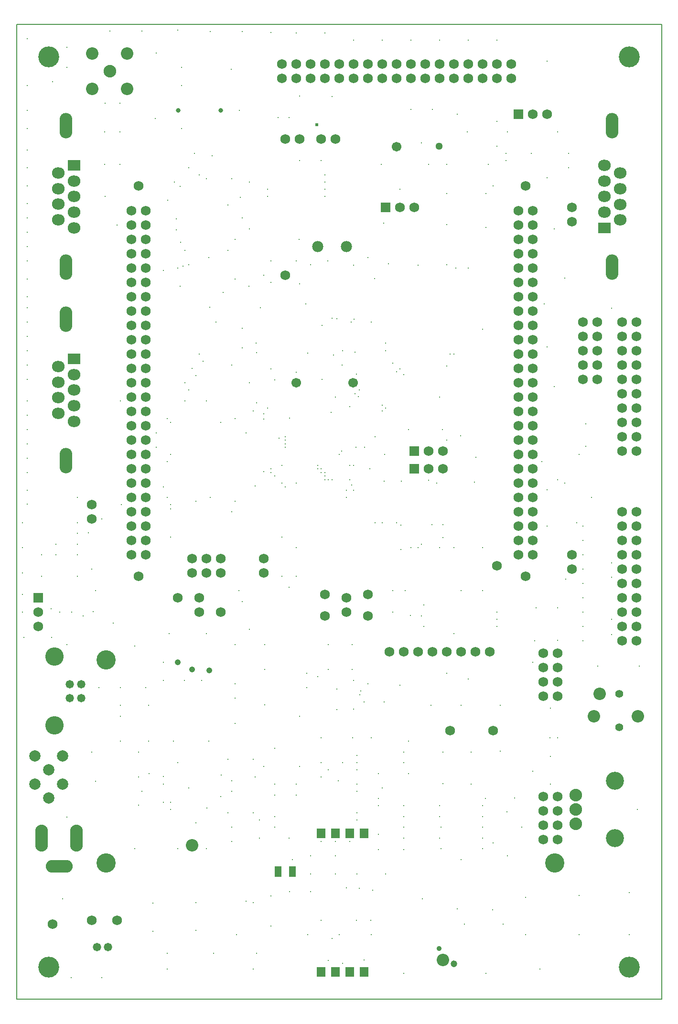
<source format=gbr>
%FSTAX23Y23*%
%MOIN*%
%SFA1B1*%

%IPPOS*%
%ADD57C,0.005000*%
%ADD131O,0.088000X0.178000*%
%ADD132C,0.058000*%
%ADD133C,0.068000*%
%ADD134O,0.088000X0.078000*%
%ADD135R,0.088000X0.078000*%
%ADD136C,0.032000*%
%ADD137C,0.036000*%
%ADD138C,0.047000*%
%ADD139C,0.078000*%
%ADD140R,0.068000X0.068000*%
%ADD141C,0.088000*%
%ADD142C,0.087000*%
%ADD143C,0.087000*%
%ADD144C,0.126000*%
%ADD145C,0.128000*%
%ADD146C,0.079000*%
%ADD147C,0.067000*%
%ADD148C,0.055000*%
%ADD149C,0.053000*%
%ADD150O,0.088000X0.188000*%
%ADD151O,0.188000X0.088000*%
%ADD152C,0.146000*%
%ADD153C,0.134000*%
%ADD154C,0.134000*%
%ADD155C,0.051000*%
%ADD156C,0.008000*%
%ADD157C,0.042000*%
%ADD158C,0.024000*%
%ADD159R,0.047000X0.077000*%
%ADD160R,0.059000X0.067000*%
%LNmb525b-1*%
%LPD*%
G54D57*
X4265Y502D02*
Y57D01*
X3815Y502D02*
X4265D01*
X3815Y57D02*
X4265D01*
X3815Y502D02*
Y57D01*
G54D131*
X38495Y56293D03*
Y55307D03*
Y53957D03*
Y54943D03*
X42305Y55307D03*
Y56293D03*
G54D132*
X38495Y56263D03*
Y56338D03*
Y56293D03*
Y56278D03*
Y56248D03*
Y56323D03*
Y56308D03*
Y55277D03*
Y55352D03*
Y55307D03*
Y55292D03*
Y55262D03*
Y55337D03*
Y55322D03*
Y53972D03*
Y53987D03*
Y53912D03*
Y53942D03*
Y53957D03*
Y54002D03*
Y53927D03*
Y54958D03*
Y54973D03*
Y54898D03*
Y54928D03*
Y54943D03*
Y54988D03*
Y54913D03*
X42305Y55337D03*
Y55262D03*
Y55307D03*
Y55322D03*
Y55352D03*
Y55277D03*
Y55292D03*
Y56323D03*
Y56248D03*
Y56293D03*
Y56308D03*
Y56338D03*
Y56263D03*
Y56278D03*
X386Y52398D03*
X3852D03*
Y523D03*
X386D03*
X38713Y50564D03*
X38787D03*
G54D133*
X42475Y54025D03*
X42375D03*
Y54225D03*
Y54325D03*
Y54425D03*
Y54525D03*
Y54825D03*
Y54925D03*
Y54625D03*
Y54725D03*
X42475Y54925D03*
Y54225D03*
Y54325D03*
Y54425D03*
Y54525D03*
Y54625D03*
Y54725D03*
Y54825D03*
X42375Y54125D03*
X42475D03*
Y528D03*
X42375D03*
X42475Y535D03*
Y534D03*
Y533D03*
Y532D03*
Y531D03*
Y53D03*
Y529D03*
Y536D03*
X42375Y534D03*
Y533D03*
Y536D03*
Y535D03*
Y532D03*
Y531D03*
Y53D03*
Y529D03*
Y527D03*
X42475D03*
X415Y53225D03*
X40925Y55725D03*
X40825D03*
X421Y54925D03*
Y54825D03*
Y54725D03*
Y54525D03*
Y54625D03*
X422Y54925D03*
Y54825D03*
Y54725D03*
Y54625D03*
Y54525D03*
X41475Y52075D03*
X41175D03*
X39375Y53175D03*
X39475D03*
Y53275D03*
X39375D03*
X39575Y53175D03*
Y53275D03*
X383Y529D03*
Y528D03*
X3895Y538D03*
X3905Y557D03*
X3895Y556D03*
X3905D03*
X3895Y555D03*
X3905D03*
X3895Y554D03*
X3905D03*
X3895Y553D03*
X3905D03*
X3895Y552D03*
X3905D03*
X3895Y551D03*
X3905D03*
X3895Y55D03*
X3905D03*
X3895Y549D03*
X3905D03*
X3895Y548D03*
X3905D03*
X3895Y547D03*
X3905D03*
X3895Y546D03*
X3905D03*
X3895Y545D03*
X3905D03*
X3895Y544D03*
Y543D03*
X3905D03*
X3895Y542D03*
X3905D03*
X3895Y541D03*
Y54D03*
Y539D03*
Y557D03*
Y537D03*
Y536D03*
Y535D03*
Y534D03*
Y533D03*
X3905D03*
Y534D03*
Y544D03*
Y541D03*
Y54D03*
Y539D03*
Y538D03*
Y537D03*
Y536D03*
Y535D03*
X40025Y562D03*
X40125D03*
X39Y5315D03*
X4165Y556D03*
X4175Y557D03*
X42025Y55625D03*
Y55725D03*
X3885Y5075D03*
X38675D03*
X39275Y53D03*
X42025Y533D03*
Y532D03*
X40275Y562D03*
X40375D03*
X39425Y529D03*
Y53D03*
X384Y50725D03*
X41025Y539D03*
X41125D03*
X38675Y5365D03*
Y5355D03*
X41025Y54025D03*
X41125D03*
X4165Y538D03*
Y553D03*
X4175D03*
X4165Y552D03*
Y548D03*
Y546D03*
X4175D03*
Y543D03*
X4165Y557D03*
X4175Y533D03*
X4045Y53D03*
Y529D03*
X39575D03*
X4165Y539D03*
X4175Y538D03*
Y542D03*
Y539D03*
Y556D03*
X4165Y555D03*
X4175D03*
X4165Y554D03*
X4175D03*
Y552D03*
X4165Y551D03*
X4175D03*
Y545D03*
X4165D03*
X4175Y544D03*
X4165D03*
Y543D03*
Y542D03*
X4175Y541D03*
X4165Y533D03*
Y541D03*
X4175Y54D03*
X4165D03*
Y55D03*
X4175D03*
X4165Y549D03*
X4175D03*
Y548D03*
Y547D03*
X4165D03*
X4175Y535D03*
X4165Y534D03*
X4175D03*
Y536D03*
X4165Y535D03*
Y537D03*
X4175D03*
X4165Y536D03*
X4175Y56375D03*
X4185D03*
X406Y52875D03*
X417Y5315D03*
Y55875D03*
X403Y53025D03*
X39875Y53275D03*
Y53175D03*
X403Y52875D03*
X406Y53025D03*
X41924Y51313D03*
X41824D03*
X41924Y51413D03*
X41824D03*
X41924Y51513D03*
X41824D03*
X41924Y51613D03*
X41824D03*
X41924Y52313D03*
X41824D03*
X41924Y52413D03*
X41824D03*
X41924Y52513D03*
X41824D03*
X41924Y52613D03*
X41824D03*
X39Y55875D03*
X4105Y52625D03*
X4125D03*
X4075D03*
X4085D03*
X4095D03*
X4115D03*
X4135D03*
X4145D03*
X40025Y5525D03*
X416Y56625D03*
X415Y56725D03*
Y56625D03*
X414Y56725D03*
Y56625D03*
X413Y56725D03*
Y56625D03*
X412Y56725D03*
Y56625D03*
X411Y56725D03*
Y56625D03*
X41Y56725D03*
Y56625D03*
X409Y56725D03*
Y56625D03*
X408Y56725D03*
Y56625D03*
X407Y56725D03*
Y56625D03*
X406Y56725D03*
Y56625D03*
X405Y56725D03*
Y56625D03*
X404Y56725D03*
Y56625D03*
X403D03*
X402Y56725D03*
Y56625D03*
X401Y56725D03*
Y56625D03*
X4Y56725D03*
Y56625D03*
X416Y56725D03*
X403D03*
G54D134*
X4236Y55854D03*
X4225Y55909D03*
Y56018D03*
X4236Y55963D03*
Y55745D03*
X4225Y55691D03*
Y558D03*
X4236Y55636D03*
X3844Y55746D03*
Y55855D03*
X3855Y558D03*
Y55909D03*
Y55582D03*
X3844Y55964D03*
Y55637D03*
X3855Y55691D03*
Y54341D03*
X3844Y54287D03*
Y54614D03*
X3855Y54232D03*
Y54559D03*
Y5445D03*
X3844Y54505D03*
Y54396D03*
G54D135*
X4225Y55582D03*
X3855Y56018D03*
Y54668D03*
G54D136*
X39575Y564D03*
X39278D03*
G54D137*
X41097Y50553D03*
G54D138*
X41203Y50447D03*
G54D139*
X4045Y5545D03*
X4025D03*
G54D140*
X40725Y55725D03*
X383Y53D03*
X40925Y539D03*
Y54025D03*
X4165Y56375D03*
G54D141*
X388Y56675D03*
X4205Y51425D03*
Y51625D03*
Y51525D03*
G54D142*
X38923Y56552D03*
X38677D03*
Y56798D03*
X39375Y51275D03*
X41125Y50475D03*
X42178Y52175D03*
X42485D03*
X42217Y52332D03*
G54D143*
X38923Y56798D03*
G54D144*
X42325Y51325D03*
Y51725D03*
G54D145*
X38415Y52591D03*
Y52111D03*
G54D146*
X38375Y51603D03*
X38277Y51898D03*
Y51702D03*
X38473D03*
Y51898D03*
X38375Y518D03*
G54D147*
X40103Y545D03*
X40497D03*
X40802Y56149D03*
G54D148*
X42355Y52096D03*
Y52332D03*
G54D149*
X38325Y51345D03*
Y51305D03*
Y51365D03*
Y51285D03*
X38467Y51128D03*
X38427D03*
X38487D03*
X38407D03*
X38569Y51345D03*
Y51305D03*
Y51365D03*
Y51285D03*
G54D150*
X38325Y51325D03*
X38569D03*
G54D151*
X38447Y51128D03*
G54D152*
X38375Y56775D03*
X42425D03*
Y50425D03*
X38375D03*
G54D153*
X38775Y52568D03*
Y5115D03*
G54D154*
X38775Y5115D03*
X41905D03*
X38774D03*
X41904D03*
G54D155*
X41098Y5615D03*
G54D156*
X4045Y50976D03*
X4054Y50974D03*
X40636Y50962D03*
X393Y567D03*
X39515Y56085D03*
X4185Y5593D03*
X3865Y53455D03*
X38745Y5355D03*
X4185Y56745D03*
X419Y55575D03*
X4174Y561D03*
X4115Y55605D03*
Y55325D03*
X41425Y55585D03*
Y5582D03*
X4144Y56025D03*
X4115Y5582D03*
Y56025D03*
X41025D03*
X40825Y5585D03*
X40695Y56025D03*
X4071Y55615D03*
X4012Y555D03*
X4032Y5535D03*
X4095Y5532D03*
X41355Y53981D03*
X3853Y5035D03*
X38745D03*
X39725Y5488D03*
Y54745D03*
X3954Y54925D03*
X3929Y55175D03*
X3949Y55375D03*
X3885Y556D03*
X3985Y55025D03*
X39815Y5378D03*
X3965Y54625D03*
X3998Y54115D03*
X39875Y54283D03*
Y54249D03*
X39825Y54362D03*
X39875Y53882D03*
X407Y54343D03*
X40025Y53775D03*
X4Y538D03*
X3995Y5385D03*
X4Y53925D03*
X39925Y53875D03*
Y539D03*
X38875Y54375D03*
X3887Y5645D03*
Y5625D03*
Y56025D03*
X39205Y55775D03*
X39293Y55872D03*
X39712Y55793D03*
X39625Y5574D03*
X39175Y55285D03*
X388Y56955D03*
X39025D03*
X39275Y5696D03*
X395Y5695D03*
X39725D03*
X39925Y56945D03*
X401Y5694D03*
X403D03*
X415Y5689D03*
X413D03*
X411D03*
X409D03*
X407D03*
X405D03*
X4105Y56408D03*
X40903D03*
X41975Y5523D03*
X41815Y5395D03*
X4185Y5475D03*
X423Y55022D03*
X4183Y5505D03*
X42075Y54D03*
X4216Y537D03*
X41982Y5313D03*
X42205Y52525D03*
X42495D03*
X4248Y51525D03*
X42075Y50925D03*
X42425Y50945D03*
X417Y5091D03*
X385Y5147D03*
X40425Y5185D03*
X40396Y51725D03*
X40325Y525D03*
X4049D03*
Y52675D03*
X40325D03*
X3907Y52D03*
Y5225D03*
X3847Y509D03*
X4085Y5038D03*
X41425D03*
X39525Y5052D03*
X39825D03*
X392D03*
X39275Y5125D03*
X39475D03*
X394Y5143D03*
X38975Y5125D03*
X39Y51555D03*
X39815Y5175D03*
X39845Y5145D03*
Y51325D03*
X39479Y51533D03*
X391Y50675D03*
Y5087D03*
X394Y50875D03*
Y5068D03*
X3975Y50885D03*
X38875Y52D03*
X387Y5172D03*
X39Y5175D03*
X39175Y51755D03*
X3949Y52D03*
X39245D03*
X3944Y52425D03*
X3932D03*
X39175D03*
Y5255D03*
X39215Y5275D03*
X39882Y52255D03*
Y525D03*
Y52675D03*
X39775Y5278D03*
X40125Y52175D03*
X40675Y51775D03*
X40885Y52D03*
X40715Y52275D03*
X406Y524D03*
X40385Y52365D03*
Y52222D03*
X40495Y52025D03*
X40275D03*
X40375Y512D03*
X402Y51075D03*
X40375D03*
X40525D03*
X40725D03*
X4085Y51245D03*
X40675D03*
X402Y5095D03*
X40625Y5065D03*
X40325Y5047D03*
X404Y5065D03*
X39925Y5071D03*
X4018Y5065D03*
X39685D03*
X39925Y5092D03*
X40055Y5095D03*
X42425Y5065D03*
X42075D03*
X417D03*
X41275Y50725D03*
X4147Y50825D03*
X41225Y5083D03*
X40982Y509D03*
X41545Y50725D03*
X41475Y5129D03*
X4132Y517D03*
X41125Y51705D03*
Y51925D03*
X4132D03*
X41525Y5193D03*
X4104Y5225D03*
X4125D03*
X41525D03*
X40825Y5239D03*
X4142Y516D03*
X41875Y517D03*
X41625Y51605D03*
X4175Y5179D03*
X41875Y51895D03*
X4187Y52025D03*
X41875Y5223D03*
X40833Y53507D03*
Y53339D03*
X423Y52745D03*
Y5285D03*
X41925Y52705D03*
Y5293D03*
X41775D03*
X41765Y527D03*
X423Y53145D03*
Y53245D03*
X42057Y53525D03*
X4185Y535D03*
Y53755D03*
X41345Y53807D03*
X41048Y5351D03*
X41125D03*
Y53421D03*
X40615Y539D03*
X4065Y53523D03*
X40715Y53815D03*
X40835D03*
X41025Y5382D03*
X40885Y54175D03*
X4112D03*
X41247Y54132D03*
X4065Y54125D03*
X4115Y541D03*
X4108Y538D03*
X40717Y54D03*
X40487Y53788D03*
X4045Y5375D03*
X4035Y53825D03*
X405Y53925D03*
X401Y538D03*
X4028Y54525D03*
X4052Y5456D03*
X40054Y54254D03*
X401Y54575D03*
X38975Y52665D03*
X38685Y52903D03*
X3839Y52925D03*
X38395Y52725D03*
X382D03*
X38193Y529D03*
Y53025D03*
Y53175D03*
Y5335D03*
Y53525D03*
X38225Y53655D03*
Y5375D03*
Y53875D03*
Y53975D03*
Y54075D03*
Y54175D03*
Y54275D03*
Y54375D03*
Y54525D03*
Y54625D03*
Y54725D03*
Y54825D03*
Y54925D03*
Y55025D03*
Y551D03*
Y55225D03*
Y5535D03*
Y5545D03*
Y5555D03*
Y5565D03*
Y5575D03*
Y55875D03*
Y56D03*
Y56125D03*
Y56275D03*
Y564D03*
Y56575D03*
Y569D03*
X3888Y5365D03*
X385Y5684D03*
X384Y566D03*
X385Y567D03*
X38768Y5645D03*
X38765Y5625D03*
Y56025D03*
X38768Y558D03*
X39822Y54778D03*
X39825Y5471D03*
X40182Y54707D03*
X4042Y54625D03*
X4051Y54715D03*
X4036Y54695D03*
X40345Y54295D03*
X40475Y54335D03*
X39591Y55132D03*
X3977Y55175D03*
X39499Y55026D03*
X39275Y553D03*
X39312Y55313D03*
X3935Y55325D03*
X403Y5595D03*
Y559D03*
Y5585D03*
Y558D03*
X40125Y5605D03*
X40275D03*
X399Y5585D03*
Y558D03*
X3965Y55925D03*
X39775Y559D03*
X40485Y54925D03*
X39705Y564D03*
X39118Y56343D03*
X393Y56575D03*
X39649Y56689D03*
X39125Y568D03*
X38825Y52825D03*
X38575Y537D03*
X3965Y51725D03*
X38425Y53375D03*
X40899Y52876D03*
X413Y52435D03*
X40505Y54945D03*
X415Y56325D03*
X385Y52675D03*
X41295Y5625D03*
X411Y54402D03*
X40975Y56175D03*
X4005Y5635D03*
X39975D03*
X40647Y55228D03*
X406Y55375D03*
X401Y5535D03*
X41475Y55875D03*
X415Y5615D03*
X408Y53525D03*
X4085Y54559D03*
X40825Y54598D03*
X407Y53525D03*
X408Y54579D03*
X4045Y537D03*
X405Y5375D03*
X40475Y53825D03*
X40775Y54638D03*
X40325Y53825D03*
X41175Y547D03*
X41201Y54701D03*
X414Y54875D03*
X41152Y54618D03*
X403Y53825D03*
Y5385D03*
X40475Y53925D03*
X403Y53875D03*
X40275D03*
Y539D03*
X404Y54D03*
X4025Y539D03*
X40418Y54025D03*
X4025Y53925D03*
X40535Y54405D03*
X4051Y54425D03*
X4054Y5445D03*
X40025Y54125D03*
Y541D03*
Y54075D03*
X40375Y544D03*
X40025Y5405D03*
X39926Y54599D03*
X3995Y5452D03*
X40517Y5405D03*
X40577D03*
X40325Y518D03*
X407Y54303D03*
X40725Y54323D03*
X4175Y5255D03*
X4Y53425D03*
X399Y54323D03*
X4005Y53075D03*
X398Y54303D03*
X39775Y545D03*
X39175Y53775D03*
X39225Y5362D03*
Y5365D03*
X394Y53675D03*
X392Y537D03*
Y5425D03*
X39125Y5415D03*
X40975Y53375D03*
X411Y5335D03*
X40425Y54725D03*
X4095Y5335D03*
X40275Y5075D03*
X4035Y50625D03*
X398Y50875D03*
X401Y5335D03*
X409D03*
X4115Y52475D03*
X412Y5335D03*
X414D03*
X419Y54475D03*
X41925Y53825D03*
X41975Y538D03*
X411Y5155D03*
X41925Y52025D03*
X402Y512D03*
X398Y51875D03*
X39725Y52975D03*
X39675Y55225D03*
X39725Y5565D03*
X40502Y55322D03*
X402Y55325D03*
X39675Y555D03*
X39775Y55575D03*
X40525Y518D03*
Y5185D03*
Y519D03*
X405Y52425D03*
X401Y5315D03*
X40525Y517D03*
X4Y5315D03*
X40525Y5165D03*
Y515D03*
Y5145D03*
X39275Y5185D03*
X39175Y517D03*
X39025Y5165D03*
X40675Y5135D03*
X38575Y533D03*
X4028Y549D03*
X3975Y5415D03*
X39575Y54225D03*
X39125Y5405D03*
X392Y5395D03*
X41225Y56375D03*
X39875Y5525D03*
X39325Y545D03*
X3935Y5445D03*
X39375Y546D03*
X394Y5455D03*
X39425Y547D03*
X3945Y5465D03*
X39475Y54375D03*
X39625Y55425D03*
X411Y51475D03*
X4111Y514D03*
X411Y51325D03*
X4111Y5125D03*
X414D03*
Y51325D03*
Y514D03*
Y51475D03*
Y5155D03*
X40475Y513D03*
X40375D03*
X40275D03*
X3995Y51625D03*
X40075Y51175D03*
X40975Y52875D03*
X4099Y5295D03*
X40775Y529D03*
Y5305D03*
X4086D03*
X4099Y528D03*
X4125Y5305D03*
X414D03*
X415Y528D03*
Y5285D03*
Y529D03*
X412Y5275D03*
X41575Y512D03*
X41675Y514D03*
X4125Y51175D03*
X41572Y51507D03*
X421Y527D03*
Y528D03*
Y529D03*
Y53D03*
Y531D03*
Y532D03*
Y533D03*
Y534D03*
Y535D03*
X392Y50412D03*
X398D03*
X40425Y5045D03*
X40575Y50475D03*
X4052Y5075D03*
X4062D03*
X418Y50412D03*
X4005Y51325D03*
X3965Y5165D03*
X398Y515D03*
X39175Y51575D03*
X39225Y51525D03*
X3935Y51675D03*
X39075Y51775D03*
X39225Y51575D03*
X39625Y515D03*
X39577Y51765D03*
X39575Y51615D03*
X39625Y51875D03*
X3965Y514D03*
Y513D03*
X3995Y514D03*
Y51475D03*
Y517D03*
X39875Y51825D03*
X40275Y5185D03*
Y5175D03*
X40125Y51825D03*
X401Y517D03*
Y51625D03*
X40885Y51775D03*
X4085Y5155D03*
Y51475D03*
Y514D03*
Y51325D03*
X3995Y5195D03*
X38875Y52175D03*
Y5225D03*
Y52375D03*
X38725D03*
X3905D03*
X38535Y529D03*
X3845D03*
X38615Y52875D03*
X4025Y5245D03*
X40175Y52375D03*
Y52475D03*
X4035Y5495D03*
X40386Y54948D03*
X40725Y54725D03*
Y54778D03*
X413Y553D03*
X41215D03*
X393Y56275D03*
X39925Y5535D03*
Y552D03*
X40125Y5519D03*
X40167Y5505D03*
X39265Y55643D03*
Y55568D03*
X39295Y55482D03*
X39325Y55425D03*
X42Y561D03*
Y56D03*
X41565Y561D03*
Y5605D03*
X41925Y5625D03*
X41575D03*
X4055Y5235D03*
X40545Y52325D03*
X40575Y52275D03*
X40502Y52225D03*
X40625Y52025D03*
X4085Y51925D03*
Y5185D03*
X40675Y516D03*
X407Y51675D03*
X40675Y5155D03*
X38325Y533D03*
X38425D03*
X38325Y5315D03*
X38575D03*
X38675Y532D03*
X38575Y53375D03*
Y5345D03*
Y53525D03*
X395Y537D03*
X39225Y53425D03*
Y54D03*
Y54225D03*
X39675Y5425D03*
X39325Y54375D03*
X39675Y53675D03*
X3965Y536D03*
X387Y5305D03*
X39675Y52675D03*
Y524D03*
Y523D03*
Y52125D03*
X39475Y5275D03*
X397Y5305D03*
X39Y51925D03*
X38675D03*
X42123Y54057D03*
Y54213D03*
X40125Y565D03*
X39475Y55925D03*
X39425Y5595D03*
X3935Y56D03*
X3925Y559D03*
X3939Y561D03*
X40625Y54925D03*
X40746Y55331D03*
X4035Y56496D03*
G54D157*
X39495Y52495D03*
X39375Y525D03*
X39275Y5255D03*
G54D158*
X40245Y563D03*
G54D159*
X39975Y51092D03*
X40075D03*
G54D160*
X40475Y51359D03*
X40375Y50391D03*
Y51359D03*
X40575Y50391D03*
X40475D03*
X40575Y51359D03*
X40275Y50391D03*
Y51359D03*
M02*
</source>
